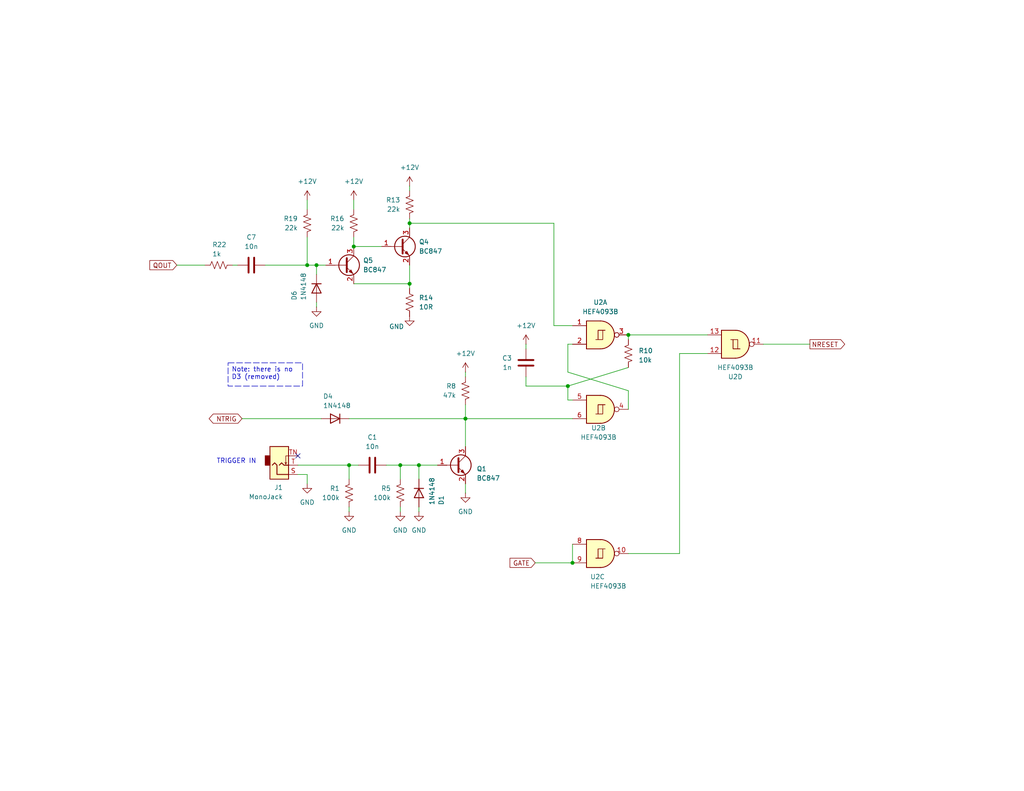
<source format=kicad_sch>
(kicad_sch (version 20250114) (generator "eeschema") (generator_version "9.0")
  (paper "USLetter")
  (title_block (title "ADSR EG") (date "2025-12-27") (rev "2.1") (company "idyllm") (comment 1 "CC BY-SA 4.0") (comment 3 "Yves Usson, Kausstronics, Jonathan Jacky") (comment 4 "References: Rene Schmitz, Moritz Klein, Eddy Bergman, "))
  (lib_symbols
    (symbol "4xxx:HEF4093B" (pin_names (offset 1.016))
      (property "Reference" "U" (at 0 1.27 0))
      (property "Value" "HEF4093B" (at 0 -1.27 0))
      (symbol "HEF4093B_1_0"
        (polyline (pts (xy -1.27 -1.27) (xy 0.635 -1.27) (xy 0.635 1.27) (xy 1.27 1.27)))
        (polyline (pts (xy -1.27 -1.27) (xy 0.635 -1.27) (xy 0.635 1.27) (xy 1.27 1.27)))
        (polyline (pts (xy -0.635 -1.27) (xy -0.635 1.27) (xy 0.635 1.27)))
        (polyline (pts (xy -0.635 -1.27) (xy -0.635 1.27) (xy 0.635 1.27)))
      )
      (symbol "HEF4093B_1_1"
        (arc (start 0 3.81) (mid 3.7934 0) (end 0 -3.81) (stroke (width 0.254)) (fill (type background)))
        (polyline (pts (xy 0 3.81) (xy -3.81 3.81) (xy -3.81 -3.81) (xy 0 -3.81)) (stroke (width 0.254)) (fill (type background)))
        (pin input line (at -7.62 2.54 0) (length 3.81) (name "~") (number "1"))
        (pin input line (at -7.62 -2.54 0) (length 3.81) (name "~") (number "2"))
        (pin output inverted (at 7.62 0 180) (length 3.81) (name "~") (number "3"))
      )
      (symbol "HEF4093B_1_2"
        (arc (start -3.81 3.81) (mid -2.589 0) (end -3.81 -3.81) (stroke (width 0.254)))
        (polyline (pts (xy -3.81 3.81) (xy -0.635 3.81)) (stroke (width 0.254)) (fill (type background)))
        (polyline (pts (xy -3.81 -3.81) (xy -0.635 -3.81)) (stroke (width 0.254)) (fill (type background)))
        (arc (start 3.81 0) (mid 2.1855 -2.584) (end -0.6096 -3.81) (stroke (width 0.254)) (fill (type background)))
        (arc (start -0.6096 3.81) (mid 2.1928 2.5924) (end 3.81 0) (stroke (width 0.254)) (fill (type background)))
        (polyline (pts (xy -0.635 3.81) (xy -3.81 3.81) (xy -3.81 3.81) (xy -3.556 3.4036) (xy -3.0226 2.2606) (xy -2.6924 1.0414) (xy -2.6162 -0.254) (xy -2.7686 -1.4986) (xy -3.175 -2.7178) (xy -3.81 -3.81) (xy -3.81 -3.81) (xy -0.635 -3.81)) (stroke (width -25.4)) (fill (type background)))
        (pin input inverted (at -7.62 2.54 0) (length 4.318) (name "~") (number "1"))
        (pin input inverted (at -7.62 -2.54 0) (length 4.318) (name "~") (number "2"))
        (pin output line (at 7.62 0 180) (length 3.81) (name "~") (number "3"))
      )
      (symbol "HEF4093B_2_0"
        (polyline (pts (xy -1.27 -1.27) (xy 0.635 -1.27) (xy 0.635 1.27) (xy 1.27 1.27)))
        (polyline (pts (xy -1.27 -1.27) (xy 0.635 -1.27) (xy 0.635 1.27) (xy 1.27 1.27)))
        (polyline (pts (xy -0.635 -1.27) (xy -0.635 1.27) (xy 0.635 1.27)))
        (polyline (pts (xy -0.635 -1.27) (xy -0.635 1.27) (xy 0.635 1.27)))
      )
      (symbol "HEF4093B_2_1"
        (arc (start 0 3.81) (mid 3.7934 0) (end 0 -3.81) (stroke (width 0.254)) (fill (type background)))
        (polyline (pts (xy 0 3.81) (xy -3.81 3.81) (xy -3.81 -3.81) (xy 0 -3.81)) (stroke (width 0.254)) (fill (type background)))
        (pin input line (at -7.62 2.54 0) (length 3.81) (name "~") (number "5"))
        (pin input line (at -7.62 -2.54 0) (length 3.81) (name "~") (number "6"))
        (pin output inverted (at 7.62 0 180) (length 3.81) (name "~") (number "4"))
      )
      (symbol "HEF4093B_2_2"
        (arc (start -3.81 3.81) (mid -2.589 0) (end -3.81 -3.81) (stroke (width 0.254)))
        (polyline (pts (xy -3.81 3.81) (xy -0.635 3.81)) (stroke (width 0.254)) (fill (type background)))
        (polyline (pts (xy -3.81 -3.81) (xy -0.635 -3.81)) (stroke (width 0.254)) (fill (type background)))
        (arc (start 3.81 0) (mid 2.1855 -2.584) (end -0.6096 -3.81) (stroke (width 0.254)) (fill (type background)))
        (arc (start -0.6096 3.81) (mid 2.1928 2.5924) (end 3.81 0) (stroke (width 0.254)) (fill (type background)))
        (polyline (pts (xy -0.635 3.81) (xy -3.81 3.81) (xy -3.81 3.81) (xy -3.556 3.4036) (xy -3.0226 2.2606) (xy -2.6924 1.0414) (xy -2.6162 -0.254) (xy -2.7686 -1.4986) (xy -3.175 -2.7178) (xy -3.81 -3.81) (xy -3.81 -3.81) (xy -0.635 -3.81)) (stroke (width -25.4)) (fill (type background)))
        (pin input inverted (at -7.62 2.54 0) (length 4.318) (name "~") (number "5"))
        (pin input inverted (at -7.62 -2.54 0) (length 4.318) (name "~") (number "6"))
        (pin output line (at 7.62 0 180) (length 3.81) (name "~") (number "4"))
      )
      (symbol "HEF4093B_3_0"
        (polyline (pts (xy -1.27 -1.27) (xy 0.635 -1.27) (xy 0.635 1.27) (xy 1.27 1.27)))
        (polyline (pts (xy -1.27 -1.27) (xy 0.635 -1.27) (xy 0.635 1.27) (xy 1.27 1.27)))
        (polyline (pts (xy -0.635 -1.27) (xy -0.635 1.27) (xy 0.635 1.27)))
        (polyline (pts (xy -0.635 -1.27) (xy -0.635 1.27) (xy 0.635 1.27)))
      )
      (symbol "HEF4093B_3_1"
        (arc (start 0 3.81) (mid 3.7934 0) (end 0 -3.81) (stroke (width 0.254)) (fill (type background)))
        (polyline (pts (xy 0 3.81) (xy -3.81 3.81) (xy -3.81 -3.81) (xy 0 -3.81)) (stroke (width 0.254)) (fill (type background)))
        (pin input line (at -7.62 2.54 0) (length 3.81) (name "~") (number "8"))
        (pin input line (at -7.62 -2.54 0) (length 3.81) (name "~") (number "9"))
        (pin output inverted (at 7.62 0 180) (length 3.81) (name "~") (number "10"))
      )
      (symbol "HEF4093B_3_2"
        (arc (start -3.81 3.81) (mid -2.589 0) (end -3.81 -3.81) (stroke (width 0.254)))
        (polyline (pts (xy -3.81 3.81) (xy -0.635 3.81)) (stroke (width 0.254)) (fill (type background)))
        (polyline (pts (xy -3.81 -3.81) (xy -0.635 -3.81)) (stroke (width 0.254)) (fill (type background)))
        (arc (start 3.81 0) (mid 2.1855 -2.584) (end -0.6096 -3.81) (stroke (width 0.254)) (fill (type background)))
        (arc (start -0.6096 3.81) (mid 2.1928 2.5924) (end 3.81 0) (stroke (width 0.254)) (fill (type background)))
        (polyline (pts (xy -0.635 3.81) (xy -3.81 3.81) (xy -3.81 3.81) (xy -3.556 3.4036) (xy -3.0226 2.2606) (xy -2.6924 1.0414) (xy -2.6162 -0.254) (xy -2.7686 -1.4986) (xy -3.175 -2.7178) (xy -3.81 -3.81) (xy -3.81 -3.81) (xy -0.635 -3.81)) (stroke (width -25.4)) (fill (type background)))
        (pin input inverted (at -7.62 2.54 0) (length 4.318) (name "~") (number "8"))
        (pin input inverted (at -7.62 -2.54 0) (length 4.318) (name "~") (number "9"))
        (pin output line (at 7.62 0 180) (length 3.81) (name "~") (number "10"))
      )
      (symbol "HEF4093B_4_0"
        (polyline (pts (xy -1.27 -1.27) (xy 0.635 -1.27) (xy 0.635 1.27) (xy 1.27 1.27)))
        (polyline (pts (xy -1.27 -1.27) (xy 0.635 -1.27) (xy 0.635 1.27) (xy 1.27 1.27)))
        (polyline (pts (xy -0.635 -1.27) (xy -0.635 1.27) (xy 0.635 1.27)))
        (polyline (pts (xy -0.635 -1.27) (xy -0.635 1.27) (xy 0.635 1.27)))
      )
      (symbol "HEF4093B_4_1"
        (arc (start 0 3.81) (mid 3.7934 0) (end 0 -3.81) (stroke (width 0.254)) (fill (type background)))
        (polyline (pts (xy 0 3.81) (xy -3.81 3.81) (xy -3.81 -3.81) (xy 0 -3.81)) (stroke (width 0.254)) (fill (type background)))
        (pin input line (at -7.62 2.54 0) (length 3.81) (name "~") (number "12"))
        (pin input line (at -7.62 -2.54 0) (length 3.81) (name "~") (number "13"))
        (pin output inverted (at 7.62 0 180) (length 3.81) (name "~") (number "11"))
      )
      (symbol "HEF4093B_4_2"
        (arc (start -3.81 3.81) (mid -2.589 0) (end -3.81 -3.81) (stroke (width 0.254)))
        (polyline (pts (xy -3.81 3.81) (xy -0.635 3.81)) (stroke (width 0.254)) (fill (type background)))
        (polyline (pts (xy -3.81 -3.81) (xy -0.635 -3.81)) (stroke (width 0.254)) (fill (type background)))
        (arc (start 3.81 0) (mid 2.1855 -2.584) (end -0.6096 -3.81) (stroke (width 0.254)) (fill (type background)))
        (arc (start -0.6096 3.81) (mid 2.1928 2.5924) (end 3.81 0) (stroke (width 0.254)) (fill (type background)))
        (polyline (pts (xy -0.635 3.81) (xy -3.81 3.81) (xy -3.81 3.81) (xy -3.556 3.4036) (xy -3.0226 2.2606) (xy -2.6924 1.0414) (xy -2.6162 -0.254) (xy -2.7686 -1.4986) (xy -3.175 -2.7178) (xy -3.81 -3.81) (xy -3.81 -3.81) (xy -0.635 -3.81)) (stroke (width -25.4)) (fill (type background)))
        (pin input inverted (at -7.62 2.54 0) (length 4.318) (name "~") (number "12"))
        (pin input inverted (at -7.62 -2.54 0) (length 4.318) (name "~") (number "13"))
        (pin output line (at 7.62 0 180) (length 3.81) (name "~") (number "11"))
      )
      (symbol "HEF4093B_5_0"
        (pin power_in line (at 0 12.7 270) (length 5.08) (name "VCC") (number "14"))
        (pin power_in line (at 0 -12.7 90) (length 5.08) (name "GND") (number "7"))
      )
      (symbol "HEF4093B_5_1"
        (rectangle (start -5.08 7.62) (end 5.08 -7.62) (stroke (width 0.254)) (fill (type background)))
      )
    )
    (symbol "Connector_Audio:AudioJack2_SwitchT"
      (property "Reference" "J" (at 0 8.89 0))
      (property "Value" "AudioJack2_SwitchT" (at 0 6.35 0))
      (symbol "AudioJack2_SwitchT_0_1"
        (rectangle (start -2.54 0) (end -3.81 -2.54) (stroke (width 0.254)) (fill (type outline)))
        (polyline (pts (xy 0 0) (xy 0.635 -0.635) (xy 1.27 0) (xy 2.54 0)) (stroke (width 0.254)))
        (polyline (pts (xy 1.778 -0.254) (xy 2.032 -0.762)))
        (rectangle (start 2.54 3.81) (end -2.54 -5.08) (stroke (width 0.254)) (fill (type background)))
        (polyline (pts (xy 2.54 2.54) (xy -0.635 2.54) (xy -0.635 0) (xy -1.27 -0.635) (xy -1.905 0)) (stroke (width 0.254)))
        (polyline (pts (xy 2.54 -2.54) (xy 1.778 -2.54) (xy 1.778 -0.254) (xy 1.524 -0.762)))
      )
      (symbol "AudioJack2_SwitchT_1_1"
        (pin passive line (at 5.08 2.54 180) (length 2.54) (name "~") (number "S"))
        (pin passive line (at 5.08 0 180) (length 2.54) (name "~") (number "T"))
        (pin passive line (at 5.08 -2.54 180) (length 2.54) (name "~") (number "TN"))
      )
    )
    (symbol "Device:C" (pin_numbers (hide yes)) (pin_names (offset 0.254))
      (property "Reference" "C" (at 0.635 2.54 0))
      (property "Value" "C" (at 0.635 -2.54 0))
      (symbol "C_0_1"
        (polyline (pts (xy -2.032 0.762) (xy 2.032 0.762)) (stroke (width 0.508)))
        (polyline (pts (xy -2.032 -0.762) (xy 2.032 -0.762)) (stroke (width 0.508)))
      )
      (symbol "C_1_1"
        (pin passive line (at 0 3.81 270) (length 2.794) (name "~") (number "1"))
        (pin passive line (at 0 -3.81 90) (length 2.794) (name "~") (number "2"))
      )
    )
    (symbol "Device:R_US" (pin_numbers (hide yes)) (pin_names (offset 0))
      (property "Reference" "R" (at 2.54 0 90))
      (property "Value" "R_US" (at -2.54 0 90))
      (symbol "R_US_0_1"
        (polyline (pts (xy 0 2.286) (xy 0 2.54)))
        (polyline (pts (xy 0 2.286) (xy 1.016 1.905) (xy 0 1.524) (xy -1.016 1.143) (xy 0 0.762)))
        (polyline (pts (xy 0 0.762) (xy 1.016 0.381) (xy 0 0) (xy -1.016 -0.381) (xy 0 -0.762)))
        (polyline (pts (xy 0 -0.762) (xy 1.016 -1.143) (xy 0 -1.524) (xy -1.016 -1.905) (xy 0 -2.286)))
        (polyline (pts (xy 0 -2.286) (xy 0 -2.54)))
      )
      (symbol "R_US_1_1"
        (pin passive line (at 0 3.81 270) (length 1.27) (name "~") (number "1"))
        (pin passive line (at 0 -3.81 90) (length 1.27) (name "~") (number "2"))
      )
    )
    (symbol "Diode:1N4148" (pin_numbers (hide yes)) (pin_names (hide yes))
      (property "Reference" "D" (at 0 2.54 0))
      (property "Value" "1N4148" (at 0 -2.54 0))
      (symbol "1N4148_0_1"
        (polyline (pts (xy -1.27 1.27) (xy -1.27 -1.27)) (stroke (width 0.254)))
        (polyline (pts (xy 1.27 1.27) (xy 1.27 -1.27) (xy -1.27 0) (xy 1.27 1.27)) (stroke (width 0.254)))
        (polyline (pts (xy 1.27 0) (xy -1.27 0)))
      )
      (symbol "1N4148_1_1"
        (pin passive line (at -3.81 0 0) (length 2.54) (name "K") (number "1"))
        (pin passive line (at 3.81 0 180) (length 2.54) (name "A") (number "2"))
      )
    )
    (symbol "Transistor_BJT:BC847" (pin_names (offset 0) (hide yes))
      (property "Reference" "Q" (at 5.08 1.905 0))
      (property "Value" "BC847" (at 5.08 0 0))
      (symbol "BC847_0_1"
        (polyline (pts (xy -2.54 0) (xy 0.635 0)))
        (polyline (pts (xy 0.635 1.905) (xy 0.635 -1.905)) (stroke (width 0.508)))
        (circle (center 1.27 0) (radius 2.8194) (stroke (width 0.254)))
      )
      (symbol "BC847_1_1"
        (polyline (pts (xy 0.635 0.635) (xy 2.54 2.54)))
        (polyline (pts (xy 0.635 -0.635) (xy 2.54 -2.54)))
        (polyline (pts (xy 1.27 -1.778) (xy 1.778 -1.27) (xy 2.286 -2.286) (xy 1.27 -1.778)) (fill (type outline)))
        (pin input line (at -5.08 0 0) (length 2.54) (name "B") (number "1"))
        (pin passive line (at 2.54 5.08 270) (length 2.54) (name "C") (number "3"))
        (pin passive line (at 2.54 -5.08 90) (length 2.54) (name "E") (number "2"))
      )
    )
    (symbol "power:+12V" (power) (pin_numbers (hide yes)) (pin_names (offset 0) (hide yes))
      (property "Value" "+12V" (at 0 3.556 0))
      (symbol "+12V_0_1"
        (polyline (pts (xy -0.762 1.27) (xy 0 2.54)))
        (polyline (pts (xy 0 2.54) (xy 0.762 1.27)))
        (polyline (pts (xy 0 0) (xy 0 2.54)))
      )
      (symbol "+12V_1_1"
        (pin power_in line (at 0 0 90) (length 0) (name "~") (number "1"))
      )
    )
    (symbol "power:GND" (power) (pin_numbers (hide yes)) (pin_names (offset 0) (hide yes))
      (property "Value" "GND" (at 0 -3.81 0))
      (symbol "GND_0_1"
        (polyline (pts (xy 0 0) (xy 0 -1.27) (xy 1.27 -1.27) (xy 0 -2.54) (xy -1.27 -1.27) (xy 0 -1.27)))
      )
      (symbol "GND_1_1"
        (pin power_in line (at 0 0 270) (length 0) (name "~") (number "1"))
      )
    )
  )
  (text "TRIGGER IN" (at 64.516 125.984 0) (effects (font (size 1.27 1.27))))
  (text_box "Note: there is no D3 (removed)" (at 62.23 99.06 0) (size 20.32 6.35) (margins 0.9525 0.9525 0.9525 0.9525) (stroke (width 0) (type dash)) (effects (font (size 1.27 1.27)) (justify left top)))
  (junction (at 111.76 60.96))
  (junction (at 171.45 91.44))
  (junction (at 83.82 72.39))
  (junction (at 86.36 72.39))
  (junction (at 109.22 127))
  (junction (at 156.21 153.67))
  (junction (at 154.94 105.41))
  (junction (at 127 114.3))
  (junction (at 95.25 127))
  (junction (at 111.76 77.47))
  (junction (at 114.3 127))
  (junction (at 96.52 67.31))
  (no_connect (at 81.28 124.46))
  (wire (pts (xy 114.3 139.7) (xy 114.3 138.43)))
  (wire (pts (xy 95.25 127) (xy 97.79 127)))
  (wire (pts (xy 109.22 127) (xy 114.3 127)))
  (wire (pts (xy 156.21 93.98) (xy 154.94 93.98)))
  (wire (pts (xy 86.36 82.55) (xy 86.36 83.82)))
  (wire (pts (xy 64.77 72.39) (xy 63.5 72.39)))
  (wire (pts (xy 143.51 102.87) (xy 143.51 105.41)))
  (wire (pts (xy 109.22 139.7) (xy 109.22 138.43)))
  (wire (pts (xy 111.76 60.96) (xy 151.13 60.96)))
  (wire (pts (xy 83.82 132.08) (xy 83.82 129.54)))
  (wire (pts (xy 111.76 77.47) (xy 111.76 78.74)))
  (wire (pts (xy 111.76 60.96) (xy 111.76 62.23)))
  (wire (pts (xy 114.3 127) (xy 119.38 127)))
  (wire (pts (xy 86.36 72.39) (xy 83.82 72.39)))
  (wire (pts (xy 154.94 109.22) (xy 154.94 105.41)))
  (wire (pts (xy 156.21 109.22) (xy 154.94 109.22)))
  (wire (pts (xy 81.28 127) (xy 95.25 127)))
  (wire (pts (xy 95.25 114.3) (xy 127 114.3)))
  (wire (pts (xy 95.25 139.7) (xy 95.25 138.43)))
  (wire (pts (xy 185.42 96.52) (xy 193.04 96.52)))
  (wire (pts (xy 171.45 151.13) (xy 185.42 151.13)))
  (wire (pts (xy 154.94 101.6) (xy 171.45 106.68)))
  (wire (pts (xy 151.13 88.9) (xy 156.21 88.9)))
  (wire (pts (xy 83.82 129.54) (xy 81.28 129.54)))
  (wire (pts (xy 111.76 59.69) (xy 111.76 60.96)))
  (wire (pts (xy 111.76 77.47) (xy 96.52 77.47)))
  (wire (pts (xy 55.88 72.39) (xy 48.26 72.39)))
  (wire (pts (xy 154.94 93.98) (xy 154.94 101.6)))
  (wire (pts (xy 185.42 96.52) (xy 185.42 151.13)))
  (wire (pts (xy 96.52 64.77) (xy 96.52 67.31)))
  (wire (pts (xy 171.45 91.44) (xy 193.04 91.44)))
  (wire (pts (xy 83.82 64.77) (xy 83.82 72.39)))
  (wire (pts (xy 111.76 72.39) (xy 111.76 77.47)))
  (wire (pts (xy 127 114.3) (xy 127 121.92)))
  (wire (pts (xy 156.21 148.59) (xy 156.21 153.67)))
  (wire (pts (xy 95.25 127) (xy 95.25 130.81)))
  (wire (pts (xy 127 132.08) (xy 127 134.62)))
  (wire (pts (xy 88.9 72.39) (xy 86.36 72.39)))
  (wire (pts (xy 111.76 50.8) (xy 111.76 52.07)))
  (wire (pts (xy 171.45 106.68) (xy 171.45 111.76)))
  (wire (pts (xy 114.3 127) (xy 114.3 130.81)))
  (wire (pts (xy 96.52 54.61) (xy 96.52 57.15)))
  (wire (pts (xy 105.41 127) (xy 109.22 127)))
  (wire (pts (xy 171.45 100.33) (xy 154.94 105.41)))
  (wire (pts (xy 171.45 92.71) (xy 171.45 91.44)))
  (wire (pts (xy 109.22 127) (xy 109.22 130.81)))
  (wire (pts (xy 83.82 72.39) (xy 72.39 72.39)))
  (wire (pts (xy 83.82 54.61) (xy 83.82 57.15)))
  (wire (pts (xy 104.14 67.31) (xy 96.52 67.31)))
  (wire (pts (xy 86.36 72.39) (xy 86.36 74.93)))
  (wire (pts (xy 151.13 60.96) (xy 151.13 88.9)))
  (wire (pts (xy 146.05 153.67) (xy 156.21 153.67)))
  (wire (pts (xy 127 101.6) (xy 127 102.87)))
  (wire (pts (xy 66.04 114.3) (xy 87.63 114.3)))
  (wire (pts (xy 127 114.3) (xy 156.21 114.3)))
  (wire (pts (xy 143.51 93.98) (xy 143.51 95.25)))
  (wire (pts (xy 143.51 105.41) (xy 154.94 105.41)))
  (wire (pts (xy 127 110.49) (xy 127 114.3)))
  (wire (pts (xy 208.28 93.98) (xy 220.98 93.98)))
  (global_label "GATE" (shape input) (at 146.05 153.67 180) (property "Intersheetrefs" "${INTERSHEET_REFS}" (effects (hide yes))))
  (global_label "NTRIG" (shape bidirectional) (at 66.04 114.3 180) (property "Intersheetrefs" "${INTERSHEET_REFS}" (effects (hide yes))))
  (global_label "NRESET" (shape output) (at 220.98 93.98 0) (property "Intersheetrefs" "${INTERSHEET_REFS}" (effects (hide yes))))
  (global_label "QOUT" (shape input) (at 48.26 72.39 180) (property "Intersheetrefs" "${INTERSHEET_REFS}" (effects (hide yes))))
  (symbol (lib_id "Device:R_US") (at 109.22 134.62 0) (mirror x) (unit 1)
    (property "Reference" "R5" (at 106.68 133.3499 0) (effects (justify right)))
    (property "Value" "100k" (at 106.68 135.8899 0) (effects (justify right)))
    (property "Footprint" "Resistor_SMD:R_0805_2012Metric_Pad1.20x1.40mm_HandSolder" (effects (hide yes)))
    (property "Description" "Resistor, US symbol" (effects (hide yes)))
  )
  (symbol (lib_id "4xxx:HEF4093B") (at 163.83 111.76 0) (unit 2)
    (property "Reference" "U2" (at 163.322 116.84 0))
    (property "Value" "HEF4093B" (at 163.322 119.38 0))
    (property "Footprint" "Package_SO:SOIC-14_3.9x8.7mm_P1.27mm" (effects (hide yes)))
    (property "Datasheet" "https://assets.nexperia.com/documents/data-sheet/HEF4093B.pdf" (effects (hide yes)))
    (property "Description" "Quad 2-Input NAND Schmitt Trigger, SOIC-14" (effects (hide yes)))
  )
  (symbol (lib_id "power:GND") (at 127 134.62 0) (unit 1)
    (property "Reference" "#PWR011" (effects (hide yes)))
    (property "Value" "GND" (at 127 139.7 0))
    (property "Description" "Power symbol creates a global label with name \"GND\" , ground" (effects (hide yes)))
  )
  (symbol (lib_id "power:+12V") (at 127 101.6 0) (mirror y) (unit 1)
    (property "Reference" "#PWR010" (effects (hide yes)))
    (property "Value" "+12V" (at 127 96.52 0))
    (property "Description" "Power symbol creates a global label with name \"+12V\"" (effects (hide yes)))
  )
  (symbol (lib_id "power:GND") (at 83.82 132.08 0) (unit 1)
    (property "Reference" "#PWR01" (effects (hide yes)))
    (property "Value" "GND" (at 83.82 137.16 0))
    (property "Description" "Power symbol creates a global label with name \"GND\" , ground" (effects (hide yes)))
  )
  (symbol (lib_id "Device:R_US") (at 59.69 72.39 270) (unit 1)
    (property "Reference" "R22" (at 57.912 66.802 90) (effects (justify left)))
    (property "Value" "1k" (at 57.912 69.342 90) (effects (justify left)))
    (property "Footprint" "Resistor_SMD:R_0805_2012Metric_Pad1.20x1.40mm_HandSolder" (effects (hide yes)))
    (property "Description" "Resistor, US symbol" (effects (hide yes)))
  )
  (symbol (lib_id "Device:C") (at 143.51 99.06 0) (mirror x) (unit 1)
    (property "Reference" "C3" (at 139.7 97.7899 0) (effects (justify right)))
    (property "Value" "1n" (at 139.7 100.3299 0) (effects (justify right)))
    (property "Footprint" "Capacitor_SMD:C_0805_2012Metric_Pad1.18x1.45mm_HandSolder" (effects (hide yes)))
    (property "Description" "Unpolarized capacitor" (effects (hide yes)))
  )
  (symbol (lib_id "power:+12V") (at 83.82 54.61 0) (mirror y) (unit 1)
    (property "Reference" "#PWR028" (effects (hide yes)))
    (property "Value" "+12V" (at 83.82 49.53 0))
    (property "Description" "Power symbol creates a global label with name \"+12V\"" (effects (hide yes)))
  )
  (symbol (lib_id "4xxx:HEF4093B") (at 163.83 151.13 0) (unit 3)
    (property "Reference" "U2" (at 161.036 157.48 0) (effects (justify left)))
    (property "Value" "HEF4093B" (at 161.036 160.02 0) (effects (justify left)))
    (property "Footprint" "Package_SO:SOIC-14_3.9x8.7mm_P1.27mm" (effects (hide yes)))
    (property "Datasheet" "https://assets.nexperia.com/documents/data-sheet/HEF4093B.pdf" (effects (hide yes)))
    (property "Description" "Quad 2-Input NAND Schmitt Trigger, SOIC-14" (effects (hide yes)))
  )
  (symbol (lib_id "Diode:1N4148") (at 114.3 134.62 270) (unit 1)
    (property "Reference" "D1" (at 120.396 137.922 0) (effects (justify right)))
    (property "Value" "1N4148" (at 117.856 137.922 0) (effects (justify right)))
    (property "Footprint" "Diode_SMD:D_SOD-123" (effects (hide yes)))
    (property "Datasheet" "https://assets.nexperia.com/documents/data-sheet/1N4148_1N4448.pdf" (effects (hide yes)))
    (property "Description" "100V 0.15A standard switching diode, DO-35" (effects (hide yes)))
    (property "Sim.Device" "D" (effects (hide yes)))
    (property "Sim.Pins" "1=K 2=A" (effects (hide yes)))
  )
  (symbol (lib_id "power:+12V") (at 96.52 54.61 0) (mirror y) (unit 1)
    (property "Reference" "#PWR023" (effects (hide yes)))
    (property "Value" "+12V" (at 96.52 49.53 0))
    (property "Description" "Power symbol creates a global label with name \"+12V\"" (effects (hide yes)))
  )
  (symbol (lib_id "Transistor_BJT:BC847") (at 93.98 72.39 0) (unit 1)
    (property "Reference" "Q5" (at 99.06 71.1199 0) (effects (justify left)))
    (property "Value" "BC847" (at 99.06 73.6599 0) (effects (justify left)))
    (property "Footprint" "Package_TO_SOT_SMD:SOT-23" (effects (hide yes)))
    (property "Datasheet" "http://www.infineon.com/dgdl/Infineon-BC847SERIES_BC848SERIES_BC849SERIES_BC850SERIES-DS-v01_01-en.pdf?fileId=db3a304314dca389011541d4630a1657" (effects (hide yes)))
    (property "Description" "0.1A Ic, 45V Vce, NPN Transistor, SOT-23" (effects (hide yes)))
  )
  (symbol (lib_id "power:GND") (at 114.3 139.7 0) (unit 1)
    (property "Reference" "#PWR09" (effects (hide yes)))
    (property "Value" "GND" (at 114.3 144.78 0))
    (property "Description" "Power symbol creates a global label with name \"GND\" , ground" (effects (hide yes)))
  )
  (symbol (lib_id "power:+12V") (at 111.76 50.8 0) (mirror y) (unit 1)
    (property "Reference" "#PWR020" (effects (hide yes)))
    (property "Value" "+12V" (at 111.76 45.72 0))
    (property "Description" "Power symbol creates a global label with name \"+12V\"" (effects (hide yes)))
  )
  (symbol (lib_id "power:+12V") (at 143.51 93.98 0) (unit 1)
    (property "Reference" "#PWR015" (effects (hide yes)))
    (property "Value" "+12V" (at 143.51 88.9 0))
    (property "Description" "Power symbol creates a global label with name \"+12V\"" (effects (hide yes)))
  )
  (symbol (lib_id "Device:R_US") (at 171.45 96.52 0) (mirror y) (unit 1)
    (property "Reference" "R10" (at 174.244 95.758 0) (effects (justify right)))
    (property "Value" "10k" (at 174.244 98.298 0) (effects (justify right)))
    (property "Footprint" "Resistor_SMD:R_0805_2012Metric_Pad1.20x1.40mm_HandSolder" (effects (hide yes)))
    (property "Description" "Resistor, US symbol" (effects (hide yes)))
  )
  (symbol (lib_id "Diode:1N4148") (at 86.36 78.74 90) (mirror x) (unit 1)
    (property "Reference" "D6" (at 80.264 82.042 0) (effects (justify right)))
    (property "Value" "1N4148" (at 82.804 82.042 0) (effects (justify right)))
    (property "Footprint" "Diode_SMD:D_SOD-123" (effects (hide yes)))
    (property "Datasheet" "https://assets.nexperia.com/documents/data-sheet/1N4148_1N4448.pdf" (effects (hide yes)))
    (property "Description" "100V 0.15A standard switching diode, DO-35" (effects (hide yes)))
    (property "Sim.Device" "D" (effects (hide yes)))
    (property "Sim.Pins" "1=K 2=A" (effects (hide yes)))
  )
  (symbol (lib_id "power:GND") (at 95.25 139.7 0) (unit 1)
    (property "Reference" "#PWR04" (effects (hide yes)))
    (property "Value" "GND" (at 95.25 144.78 0))
    (property "Description" "Power symbol creates a global label with name \"GND\" , ground" (effects (hide yes)))
  )
  (symbol (lib_id "Device:C") (at 101.6 127 270) (unit 1)
    (property "Reference" "C1" (at 101.6 119.38 90))
    (property "Value" "10n" (at 101.6 121.92 90))
    (property "Footprint" "Capacitor_SMD:C_0805_2012Metric_Pad1.18x1.45mm_HandSolder" (effects (hide yes)))
    (property "Description" "Unpolarized capacitor" (effects (hide yes)))
  )
  (symbol (lib_id "4xxx:HEF4093B") (at 200.66 93.98 0) (mirror x) (unit 4)
    (property "Reference" "U2" (at 200.6517 102.87 0))
    (property "Value" "HEF4093B" (at 200.6517 100.33 0))
    (property "Footprint" "Package_SO:SOIC-14_3.9x8.7mm_P1.27mm" (effects (hide yes)))
    (property "Datasheet" "https://assets.nexperia.com/documents/data-sheet/HEF4093B.pdf" (effects (hide yes)))
    (property "Description" "Quad 2-Input NAND Schmitt Trigger, SOIC-14" (effects (hide yes)))
  )
  (symbol (lib_id "Device:R_US") (at 83.82 60.96 0) (mirror y) (unit 1)
    (property "Reference" "R19" (at 81.28 59.6899 0) (effects (justify left)))
    (property "Value" "22k" (at 81.28 62.2299 0) (effects (justify left)))
    (property "Footprint" "Resistor_SMD:R_0805_2012Metric_Pad1.20x1.40mm_HandSolder" (effects (hide yes)))
    (property "Description" "Resistor, US symbol" (effects (hide yes)))
  )
  (symbol (lib_id "power:GND") (at 109.22 139.7 0) (unit 1)
    (property "Reference" "#PWR06" (effects (hide yes)))
    (property "Value" "GND" (at 109.22 144.78 0))
    (property "Description" "Power symbol creates a global label with name \"GND\" , ground" (effects (hide yes)))
  )
  (symbol (lib_id "Transistor_BJT:BC847") (at 124.46 127 0) (unit 1)
    (property "Reference" "Q1" (at 130.048 128.016 0) (effects (justify left)))
    (property "Value" "BC847" (at 130.048 130.556 0) (effects (justify left)))
    (property "Footprint" "Package_TO_SOT_SMD:SOT-23" (effects (hide yes)))
    (property "Datasheet" "http://www.infineon.com/dgdl/Infineon-BC847SERIES_BC848SERIES_BC849SERIES_BC850SERIES-DS-v01_01-en.pdf?fileId=db3a304314dca389011541d4630a1657" (effects (hide yes)))
    (property "Description" "0.1A Ic, 45V Vce, NPN Transistor, SOT-23" (effects (hide yes)))
  )
  (symbol (lib_id "Device:R_US") (at 127 106.68 0) (mirror x) (unit 1)
    (property "Reference" "R8" (at 124.46 105.4099 0) (effects (justify right)))
    (property "Value" "47k" (at 124.46 107.9499 0) (effects (justify right)))
    (property "Footprint" "Resistor_SMD:R_0805_2012Metric_Pad1.20x1.40mm_HandSolder" (effects (hide yes)))
    (property "Description" "Resistor, US symbol" (effects (hide yes)))
  )
  (symbol (lib_id "Transistor_BJT:BC847") (at 109.22 67.31 0) (unit 1)
    (property "Reference" "Q4" (at 114.3 66.0399 0) (effects (justify left)))
    (property "Value" "BC847" (at 114.3 68.5799 0) (effects (justify left)))
    (property "Footprint" "Package_TO_SOT_SMD:SOT-23" (effects (hide yes)))
    (property "Datasheet" "http://www.infineon.com/dgdl/Infineon-BC847SERIES_BC848SERIES_BC849SERIES_BC850SERIES-DS-v01_01-en.pdf?fileId=db3a304314dca389011541d4630a1657" (effects (hide yes)))
    (property "Description" "0.1A Ic, 45V Vce, NPN Transistor, SOT-23" (effects (hide yes)))
  )
  (symbol (lib_id "Device:R_US") (at 111.76 82.55 180) (unit 1)
    (property "Reference" "R14" (at 114.3 81.2799 0) (effects (justify right)))
    (property "Value" "10R" (at 114.3 83.8199 0) (effects (justify right)))
    (property "Footprint" "Resistor_SMD:R_0805_2012Metric_Pad1.20x1.40mm_HandSolder" (effects (hide yes)))
    (property "Description" "Resistor, US symbol" (effects (hide yes)))
  )
  (symbol (lib_id "Connector_Audio:AudioJack2_SwitchT") (at 76.2 127 0) (mirror x) (unit 1)
    (property "Reference" "J1" (at 77.216 133.096 0) (effects (justify right)))
    (property "Value" "MonoJack" (at 77.216 135.636 0) (effects (justify right)))
    (property "Footprint" "AudioJacks:Jack_3.5mm_QingPu_WQP-PJ301M-12_Vertical" (effects (hide yes)))
    (property "Description" "Audio Jack, 2 Poles (Mono / TS), Switched T Pole (Normalling)" (effects (hide yes)))
  )
  (symbol (lib_id "Diode:1N4148") (at 91.44 114.3 0) (mirror y) (unit 1)
    (property "Reference" "D4" (at 88.138 108.204 0) (effects (justify right)))
    (property "Value" "1N4148" (at 88.138 110.744 0) (effects (justify right)))
    (property "Footprint" "Diode_SMD:D_SOD-123" (effects (hide yes)))
    (property "Datasheet" "https://assets.nexperia.com/documents/data-sheet/1N4148_1N4448.pdf" (effects (hide yes)))
    (property "Description" "100V 0.15A standard switching diode, DO-35" (effects (hide yes)))
    (property "Sim.Device" "D" (effects (hide yes)))
    (property "Sim.Pins" "1=K 2=A" (effects (hide yes)))
  )
  (symbol (lib_id "4xxx:HEF4093B") (at 163.83 91.44 0) (unit 1)
    (property "Reference" "U2" (at 163.8217 82.55 0))
    (property "Value" "HEF4093B" (at 163.8217 85.09 0))
    (property "Footprint" "Package_SO:SOIC-14_3.9x8.7mm_P1.27mm" (effects (hide yes)))
    (property "Datasheet" "https://assets.nexperia.com/documents/data-sheet/HEF4093B.pdf" (effects (hide yes)))
    (property "Description" "Quad 2-Input NAND Schmitt Trigger, SOIC-14" (effects (hide yes)))
  )
  (symbol (lib_id "power:GND") (at 111.76 86.36 0) (unit 1)
    (property "Reference" "#PWR021" (effects (hide yes)))
    (property "Value" "GND" (at 108.204 89.154 0))
    (property "Description" "Power symbol creates a global label with name \"GND\" , ground" (effects (hide yes)))
  )
  (symbol (lib_id "Device:C") (at 68.58 72.39 90) (mirror x) (unit 1)
    (property "Reference" "C7" (at 68.58 64.77 90))
    (property "Value" "10n" (at 68.58 67.31 90))
    (property "Footprint" "Capacitor_SMD:C_0805_2012Metric_Pad1.18x1.45mm_HandSolder" (effects (hide yes)))
    (property "Description" "Unpolarized capacitor" (effects (hide yes)))
  )
  (symbol (lib_id "power:GND") (at 86.36 83.82 0) (unit 1)
    (property "Reference" "#PWR027" (effects (hide yes)))
    (property "Value" "GND" (at 86.36 88.9 0))
    (property "Description" "Power symbol creates a global label with name \"GND\" , ground" (effects (hide yes)))
  )
  (symbol (lib_id "Device:R_US") (at 111.76 55.88 0) (mirror y) (unit 1)
    (property "Reference" "R13" (at 109.22 54.6099 0) (effects (justify left)))
    (property "Value" "22k" (at 109.22 57.1499 0) (effects (justify left)))
    (property "Footprint" "Resistor_SMD:R_0805_2012Metric_Pad1.20x1.40mm_HandSolder" (effects (hide yes)))
    (property "Description" "Resistor, US symbol" (effects (hide yes)))
  )
  (symbol (lib_id "Device:R_US") (at 95.25 134.62 0) (mirror x) (unit 1)
    (property "Reference" "R1" (at 92.71 133.3499 0) (effects (justify right)))
    (property "Value" "100k" (at 92.71 135.8899 0) (effects (justify right)))
    (property "Footprint" "Resistor_SMD:R_0805_2012Metric_Pad1.20x1.40mm_HandSolder" (effects (hide yes)))
    (property "Description" "Resistor, US symbol" (effects (hide yes)))
  )
  (symbol (lib_id "Device:R_US") (at 96.52 60.96 0) (mirror y) (unit 1)
    (property "Reference" "R16" (at 93.98 59.6899 0) (effects (justify left)))
    (property "Value" "22k" (at 93.98 62.2299 0) (effects (justify left)))
    (property "Footprint" "Resistor_SMD:R_0805_2012Metric_Pad1.20x1.40mm_HandSolder" (effects (hide yes)))
    (property "Description" "Resistor, US symbol" (effects (hide yes)))
  )
)
</source>
